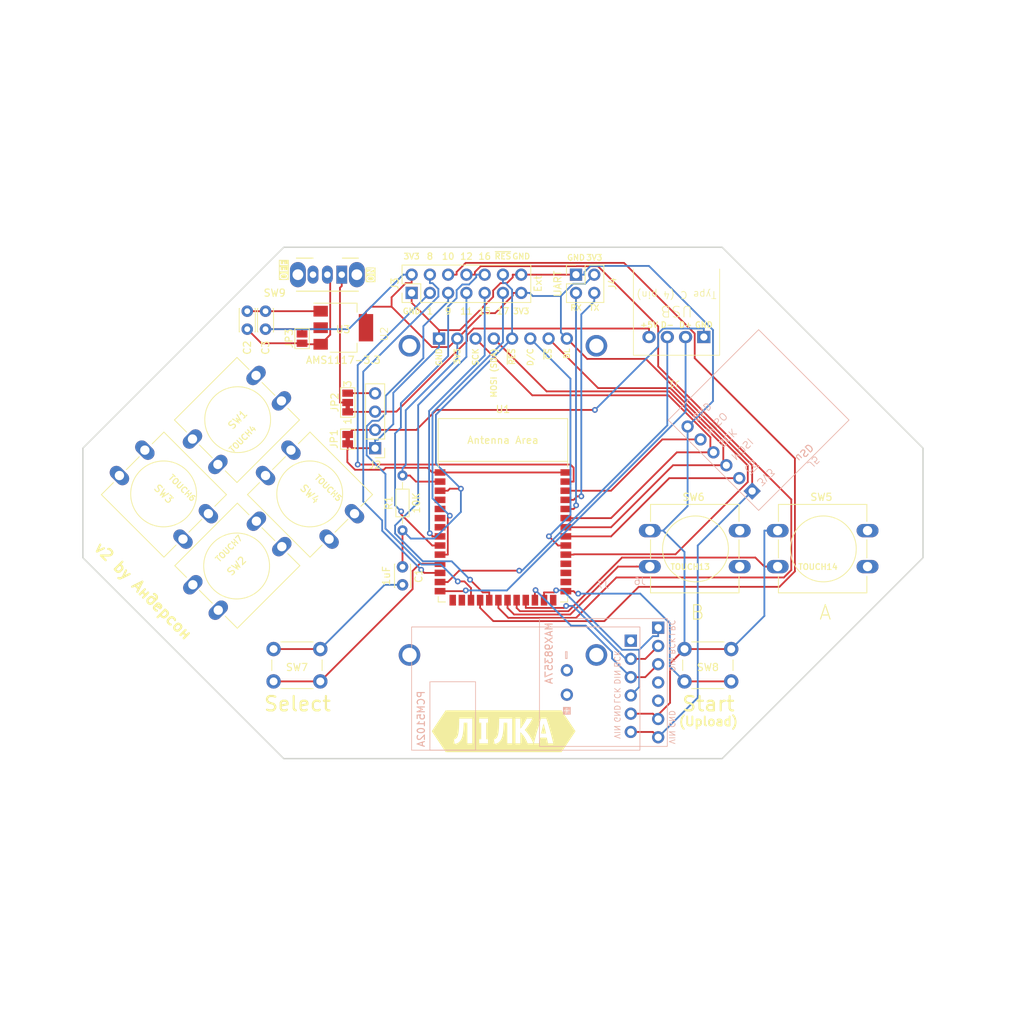
<source format=kicad_pcb>
(kicad_pcb (version 20221018) (generator pcbnew)
  (layers (0 "F.Cu" signal "Top") (31 "B.Cu" signal "Bot") (34 "B.Paste" user) (35 "F.Paste" user) (36 "B.SilkS" user "BotSilk") (37 "F.SilkS" user "TopSilk") (38 "B.Mask" user "BotMask") (39 "F.Mask" user "TopMask") (44 "Edge.Cuts" user "Board"))
  (net 0 "")
  (net 1 "~{RESET}")
  (net 2 "UP")
  (net 3 "GND")
  (net 4 "DOWN")
  (net 5 "LEFT")
  (net 6 "USB+")
  (net 7 "USB-")
  (net 8 "RIGHT")
  (net 9 "A")
  (net 10 "B")
  (net 11 "SELECT")
  (net 12 "START")
  (net 13 "RX")
  (net 14 "DISP_D{slash}C")
  (net 15 "TX")
  (net 16 "~{SD_CS}")
  (net 17 "MOSI")
  (net 18 "+3V3")
  (net 19 "GND1")
  (net 20 "VBUS")
  (net 21 "Net-(J2-Pin_4)")
  (net 22 "VCC")
  (net 23 "SCK")
  (net 24 "MISO")
  (net 26 "BCK")
  (net 27 "DIN")
  (net 28 "LRCK")
  (net 29 "GPIO1{slash}ADC1_CH0")
  (net 30 "GPIO9")
  (net 31 "GPIO10")
  (net 32 "GPIO8")
  (net 33 "GPIO15")
  (net 34 "GPIO16")
  (net 35 "GPIO11{slash}ADC2_CH0")
  (net 36 "GPIO12")
  (net 37 "Net-(JP2-C)")
  (net 39 "GPIO17")
  (net 42 "~{DISP_CS}")
  (footprint "Display:TFT_240x280" (layer "F.Cu") (at 81.02 51.84)
    (fp_text reference "U2")
    (fp_text value "~" hide)
  )
  (footprint "Buttons:SW_PUSH-12mm-fixed" (layer "F.Cu") (at 72.338835 81.228835 135)
    (fp_text reference "SW4")
    (fp_text value "Right")
  )
  (footprint "Jumper:SolderJumper-2_P1.3mm_Bridged_Pad1.0x1.5mm" (layer "F.Cu") (at 74.93 67.325 -90)
    (fp_text reference "JP1")
    (fp_text value "~")
  )
  (footprint "Buttons:SW_PUSH-12mm-fixed" (layer "F.Cu") (at 65.765534 82.275534 -135)
    (fp_text reference "SW2")
    (fp_text value "Down")
  )
  (footprint "Buttons:SW_PUSH-12mm-fixed" (layer "F.Cu") (at 134.73 80.05)
    (fp_text reference "SW5")
    (fp_text value "A")
  )
  (footprint "Connector_PinHeader_2.54mm:PinHeader_2x07_P2.54mm_Vertical" (layer "F.Cu") (at 83.82 46.99 90)
    (fp_text reference "J3")
    (fp_text value "Ext")
  )
  (footprint "Jumper:SolderJumper-3_P1.3mm_Bridged12_Pad1.0x1.5mm_NumberLabels" (layer "F.Cu") (at 74.93 62.23 90)
    (fp_text reference "JP2")
    (fp_text value "SolderJumper_3_Bridged12")
  )
  (footprint "Connector_PinHeader_2.54mm:PinHeader_1x04_P2.54mm_Vertical" (layer "F.Cu") (at 78.74 68.58 180)
    (fp_text reference "J2")
    (fp_text value "~")
  )
  (footprint "Package_TO_SOT_SMD:SOT-223-3_TabPin2" (layer "F.Cu") (at 74.32 51.83)
    (fp_text reference "U3")
    (fp_text value "AMS1117-3.3")
  )
  (footprint "PCM_Espressif:ESP32-S3-WROOM-1_nognd" (layer "F.Cu") (at 96.52 80.22)
    (fp_text reference "U1")
    (fp_text value "ESP32-S3-WROOM-1")
  )
  (footprint "Button_Switch_THT:SW_PUSH_6mm" (layer "F.Cu") (at 64.62 96.52)
    (fp_text reference "SW7")
    (fp_text value "Select")
  )
  (footprint "Buttons:SW_PUSH-12mm-fixed" (layer "F.Cu") (at 53.34 67.31 45)
    (fp_text reference "SW1")
    (fp_text value "Up")
  )
  (footprint "Capacitor_THT:C_Disc_D3.0mm_W2.0mm_P2.50mm" (layer "F.Cu") (at 82.55 85.09 -90)
    (fp_text reference "C1")
    (fp_text value "1uF")
  )
  (footprint "Capacitor_THT:C_Disc_D3.0mm_W2.0mm_P2.50mm" (layer "F.Cu") (at 60.96 52.03 90)
    (fp_text reference "C2")
    (fp_text value "1uF")
  )
  (footprint "Jumper:SolderJumper-2_P1.3mm_Open_Pad1.0x1.5mm" (layer "F.Cu") (at 68.58 53.34 90)
    (fp_text reference "JP3")
    (fp_text value "SolderJumper_2_Open")
  )
  (footprint "Button_Switch_THT:SW_CuK_OS102011MA1QN1_SPDT_Angled" (layer "F.Cu") (at 74.1 44.45 180)
    (fp_text reference "SW9")
    (fp_text value "POWER")
  )
  (footprint "Connector_PinHeader_2.54mm:PinHeader_2x02_P2.54mm_Vertical" (layer "F.Cu") (at 106.68 44.45)
    (fp_text reference "J4")
    (fp_text value "UART")
  )
  (footprint "Connectors:USB_2.0_PCB" (layer "F.Cu") (at 126.66 55.66 180)
    (fp_text reference "J1")
    (fp_text value "~")
  )
  (footprint "Capacitor_THT:C_Disc_D3.0mm_W2.0mm_P2.50mm" (layer "F.Cu") (at 63.5 52.03 90)
    (fp_text reference "C3")
    (fp_text value "1uF")
  )
  (footprint "Buttons:SW_PUSH-12mm-fixed" (layer "F.Cu") (at 116.95 80.05)
    (fp_text reference "SW6")
    (fp_text value "B")
  )
  (footprint "kibuzzard-65B2D7AF" (layer "F.Cu") (at 96.614429 107.95)
    (fp_text reference "kibuzzard-65B2D7AF" hide)
    (fp_text value "G***" hide)
  )
  (footprint "Buttons:SW_PUSH-12mm-fixed" (layer "F.Cu") (at 52.018835 81.228835 135)
    (fp_text reference "SW3")
    (fp_text value "Left")
  )
  (footprint "Resistor_THT:R_Axial_DIN0204_L3.6mm_D1.6mm_P7.62mm_Horizontal" (layer "F.Cu") (at 82.55 80.01 90)
    (fp_text reference "R1")
    (fp_text value "10K")
  )
  (footprint "Button_Switch_THT:SW_PUSH_6mm" (layer "F.Cu") (at 121.77 96.52)
    (fp_text reference "SW8")
    (fp_text value "Start")
  )
  (footprint "footprints:MAX98357-I2S-Module" (layer "B.Cu") (at 110.49 100.535 180)
    (fp_text reference "J7")
    (fp_text value "~")
  )
  (footprint "footprints:MicroSD-Adapter-3v3" (layer "B.Cu") (at 132.08 77.2424 45)
    (fp_text reference "J5")
    (fp_text value "uSD")
  )
  (footprint "footprints:PCM5102A-I2S-Module" (layer "B.Cu") (at 115.57 93.445 180)
    (fp_text reference "J6")
    (fp_text value "PCM5102A")
  )
  (gr_rect (start 92.804429 105.350675) (end 93.116652 110.49) (stroke (width 0.2)) (fill solid) (layer "F.SilkS"))
  (gr_rect (start 94.544914 105.611997) (end 94.996 110.49) (stroke (width 0.2)) (fill solid) (layer "F.SilkS"))
  (gr_poly (pts (xy 66.04 40.64) (xy 127 40.64) (xy 154.94 68.58) (xy 154.94 83.82) (xy 127 111.76) (xy 66.04 111.76) (xy 38.1 83.82) (xy 38.1 68.58)) (stroke (width 0.2)) (fill none) (layer "Edge.Cuts"))
  (gr_text "PCM5102A" (at 85.725 102.235 90) (layer "B.SilkS") (effects (font (size 1 1)) (justify left bottom mirror)))
  (gr_text "MAX98357A" (at 103.505 92.71 90) (layer "B.SilkS") (effects (font (size 1 1)) (justify left bottom mirror)))
  (gr_text "GND" (at 99.06 41.91) (layer "F.SilkS") (effects (font (size 0.8 0.8))))
  (gr_text "OFF" (at 66.675 43.815 90) (layer "F.SilkS" knockout) (effects (font (size 1 1)) (justify bottom)))
  (gr_text "3V3" (at 90.17 54.61 90) (layer "F.SilkS") (effects (font (size 0.8 0.8)) (justify right)))
  (gr_text "ON" (at 78.74 44.45 90) (layer "F.SilkS" knockout) (effects (font (size 1 1)) (justify bottom)))
  (gr_text "D-" (at 119.38 51.435) (layer "F.SilkS") (effects (font (size 0.8 0.8))))
  (gr_text "RX" (at 106.68 49.53) (layer "F.SilkS") (effects (font (size 0.8 0.8)) (justify bottom)))
  (gr_text "D/C" (at 100.33 54.61 90) (layer "F.SilkS") (effects (font (size 0.8 0.8)) (justify right)))
  (gr_text "TX" (at 109.22 49.53) (layer "F.SilkS") (effects (font (size 0.8 0.8)) (justify bottom)))
  (gr_text "~{RES}" (at 97.79 54.61 90) (layer "F.SilkS") (effects (font (size 0.8 0.8)) (justify right)))
  (gr_text "TOUCH4" (at 60.325 67.31 45) (layer "F.SilkS") (effects (font (size 0.8 0.8))))
  (gr_text "3V3" (at 99.06 49.53) (layer "F.SilkS") (effects (font (size 0.8 0.8))))
  (gr_text "16" (at 93.98 41.91) (layer "F.SilkS") (effects (font (size 0.9 0.9))))
  (gr_text "GND" (at 106.68 42.545) (layer "F.SilkS") (effects (font (size 0.8 0.8)) (justify bottom)))
  (gr_text "GND" (at 83.82 49.53) (layer "F.SilkS") (effects (font (size 0.8 0.8))))
  (gr_text "TOUCH13" (at 122.555 85.09) (layer "F.SilkS") (effects (font (size 0.8 0.8))))
  (gr_text "GND" (at 87.63 54.61 90) (layer "F.SilkS") (effects (font (size 0.8 0.8)) (justify right)))
  (gr_text "TOUCH6" (at 50.165 72.39 315) (layer "F.SilkS") (effects (font (size 0.8 0.8)) (justify left)))
  (gr_text "(Upload)" (at 125.095 107.315) (layer "F.SilkS") (effects (font (size 1.25 1.25) (thickness 0.25) bold) (justify bottom)))
  (gr_text "TOUCH7" (at 58.42 82.55 45) (layer "F.SilkS") (effects (font (size 0.8 0.8))))
  (gr_text "BL" (at 105.41 54.61 90) (layer "F.SilkS") (effects (font (size 0.8 0.8)) (justify right)))
  (gr_text "3V3" (at 83.82 41.91) (layer "F.SilkS") (effects (font (size 0.8 0.8))))
  (gr_text "1" (at 86.36 49.53) (layer "F.SilkS") (effects (font (size 0.9 0.9))))
  (gr_text "TOUCH14" (at 140.335 85.09) (layer "F.SilkS") (effects (font (size 0.8 0.8))))
  (gr_text "SCK" (at 92.71 54.61 90) (layer "F.SilkS") (effects (font (size 0.8 0.8)) (justify right)))
  (gr_text "D+" (at 121.92 51.435) (layer "F.SilkS") (effects (font (size 0.8 0.8))))
  (gr_text "MOSI (SDA)" (at 95.25 54.61 90) (layer "F.SilkS") (effects (font (size 0.8 0.8)) (justify right)))
  (gr_text "10" (at 88.9 41.91) (layer "F.SilkS") (effects (font (size 0.9 0.9))))
  (gr_text "~{RES}" (at 96.52 41.91) (layer "F.SilkS") (effects (font (size 0.8 0.8))))
  (gr_text "+5V" (at 116.84 51.435) (layer "F.SilkS") (effects (font (size 0.8 0.8))))
  (gr_text "9" (at 88.9 49.53) (layer "F.SilkS") (effects (font (size 0.9 0.9))))
  (gr_text "12" (at 91.44 41.91) (layer "F.SilkS") (effects (font (size 0.9 0.9))))
  (gr_text "17" (at 96.52 49.53) (layer "F.SilkS") (effects (font (size 0.9 0.9))))
  (gr_text "11" (at 91.44 49.53) (layer "F.SilkS") (effects (font (size 0.9 0.9))))
  (gr_text "15" (at 93.98 49.53) (layer "F.SilkS") (effects (font (size 0.9 0.9))))
  (gr_text "3V3" (at 109.22 42.545) (layer "F.SilkS") (effects (font (size 0.8 0.8)) (justify bottom)))
  (gr_text "TOUCH5" (at 70.485 72.39 315) (layer "F.SilkS") (effects (font (size 0.8 0.8)) (justify left)))
  (gr_text "GND" (at 124.46 51.435) (layer "F.SilkS") (effects (font (size 0.8 0.8))))
  (gr_text "~{CS}" (at 102.87 54.61 90) (layer "F.SilkS") (effects (font (size 0.8 0.8)) (justify right)))
  (gr_text "8" (at 86.36 41.91) (layer "F.SilkS") (effects (font (size 0.9 0.9))))
  (gr_text "v2 by Андерсон" (at 39.37 82.55 315) (layer "F.SilkS") (effects (font (size 1.5 1.5) (thickness 0.3) bold) (justify left bottom)))
  (segment (start 87.77 74.5) (end 88.8469 74.5) (width 0.25) (layer "F.Cu") (net 1))
  (segment (start 82.55 80.01) (end 82.55 85.09) (width 0.25) (layer "F.Cu") (net 1))
  (segment (start 90.6689 74.2181) (end 89.1288 74.2181) (width 0.25) (layer "F.Cu") (net 1))
  (segment (start 89.1288 74.2181) (end 88.8469 74.5) (width 0.25) (layer "F.Cu") (net 1))
  (via (at 90.6689 74.2181) (size 0.8) (drill 0.4) (layers "F.Cu" "B.Cu") (net 1))
  (segment (start 90.6689 77.46) (end 90.6689 74.2181) (width 0.25) (layer "B.Cu") (net 1))
  (segment (start 82.55 80.01) (end 83.6918 81.1518) (width 0.25) (layer "B.Cu") (net 1))
  (segment (start 96.52 44.45) (end 96.52 45.6269) (width 0.25) (layer "B.Cu") (net 1))
  (segment (start 96.8858 45.6269) (end 97.79 46.5311) (width 0.25) (layer "B.Cu") (net 1))
  (segment (start 90.6689 74.2181) (end 87.1915 70.7407) (width 0.25) (layer "B.Cu") (net 1))
  (segment (start 97.79 46.5311) (end 97.79 53.34) (width 0.25) (layer "B.Cu") (net 1))
  (segment (start 83.6918 81.1518) (end 86.9771 81.1518) (width 0.25) (layer "B.Cu") (net 1))
  (segment (start 96.52 45.6269) (end 96.8858 45.6269) (width 0.25) (layer "B.Cu") (net 1))
  (segment (start 87.1915 63.9385) (end 97.79 53.34) (width 0.25) (layer "B.Cu") (net 1))
  (segment (start 87.1915 70.7407) (end 87.1915 63.9385) (width 0.25) (layer "B.Cu") (net 1))
  (segment (start 86.9771 81.1518) (end 90.6689 77.46) (width 0.25) (layer "B.Cu") (net 1))
  (segment (start 87.63 52.1631) (end 83.82 48.3531) (width 0.25) (layer "F.Cu") (net 3))
  (segment (start 87.77 71.96) (end 105.27 71.96) (width 0.25) (layer "F.Cu") (net 3))
  (segment (start 97.0741 45.6269) (end 96.1822 45.6269) (width 0.25) (layer "F.Cu") (net 3))
  (segment (start 74.8774 70.1632) (end 74.8774 70.5183) (width 0.25) (layer "F.Cu") (net 3))
  (segment (start 71.12 96.52) (end 64.62 96.52) (width 0.25) (layer "F.Cu") (net 3))
  (segment (start 79.9414 71.5831) (end 80.2164 71.3081) (width 0.25) (layer "F.Cu") (net 3))
  (segment (start 95.1569 47.5395) (end 90.5333 52.1631) (width 0.25) (layer "F.Cu") (net 3))
  (segment (start 117.8109 105.9509) (end 118.11 106.25) (width 0.25) (layer "F.Cu") (net 3))
  (segment (start 80.2164 71.3081) (end 86.0412 71.3081) (width 0.25) (layer "F.Cu") (net 3))
  (segment (start 99.06 44.45) (end 97.8831 44.45) (width 0.25) (layer "F.Cu") (net 3))
  (segment (start 96.1822 45.6269) (end 95.1569 46.6522) (width 0.25) (layer "F.Cu") (net 3))
  (segment (start 74.8774 70.5183) (end 75.9422 71.5831) (width 0.25) (layer "F.Cu") (net 3))
  (segment (start 97.8831 44.8179) (end 97.0741 45.6269) (width 0.25) (layer "F.Cu") (net 3))
  (segment (start 114.3 105.51) (end 117.37 105.51) (width 0.25) (layer "F.Cu") (net 3))
  (segment (start 117.8109 105.9509) (end 119.7589 104.0029) (width 0.25) (layer "F.Cu") (net 3))
  (segment (start 128.27 96.52) (end 121.77 96.52) (width 0.25) (layer "F.Cu") (net 3))
  (segment (start 74.93 68.8019) (end 74.8774 68.8545) (width 0.25) (layer "F.Cu") (net 3))
  (segment (start 60.96 49.53) (end 63.5 49.53) (width 0.25) (layer "F.Cu") (net 3))
  (segment (start 74.8774 68.8545) (end 74.8774 70.1632) (width 0.25) (layer "F.Cu") (net 3))
  (segment (start 119.7589 98.5311) (end 121.77 96.52) (width 0.25) (layer "F.Cu") (net 3))
  (segment (start 117.37 105.51) (end 117.8109 105.9509) (width 0.25) (layer "F.Cu") (net 3))
  (segment (start 75.535 68.58) (end 74.93 67.975) (width 0.25) (layer "F.Cu") (net 3))
  (segment (start 87.77 71.96) (end 86.6931 71.96) (width 0.25) (layer "F.Cu") (net 3))
  (segment (start 83.82 48.3531) (end 83.82 46.99) (width 0.25) (layer "F.Cu") (net 3))
  (segment (start 106.68 44.45) (end 99.06 44.45) (width 0.25) (layer "F.Cu") (net 3))
  (segment (start 97.8831 44.45) (end 97.8831 44.8179) (width 0.25) (layer "F.Cu") (net 3))
  (segment (start 74.93 67.975) (end 74.93 68.8019) (width 0.25) (layer "F.Cu") (net 3))
  (segment (start 86.0412 71.3081) (end 86.6931 71.96) (width 0.25) (layer "F.Cu") (net 3))
  (segment (start 95.1569 46.6522) (end 95.1569 47.5395) (width 0.25) (layer "F.Cu") (net 3))
  (segment (start 78.74 68.58) (end 75.535 68.58) (width 0.25) (layer "F.Cu") (net 3))
  (segment (start 75.9422 71.5831) (end 79.9414 71.5831) (width 0.25) (layer "F.Cu") (net 3))
  (segment (start 90.5333 52.1631) (end 87.63 52.1631) (width 0.25) (layer "F.Cu") (net 3))
  (segment (start 87.63 53.34) (end 87.63 52.1631) (width 0.25) (layer "F.Cu") (net 3))
  (segment (start 119.7589 104.0029) (end 119.7589 98.5311) (width 0.25) (layer "F.Cu") (net 3))
  (segment (start 63.5 49.53) (end 71.17 49.53) (width 0.25) (layer "F.Cu") (net 3))
  (segment (start 121.77 83.0191) (end 121.77 96.52) (width 0.25) (layer "B.Cu") (net 3))
  (segment (start 71.12 96.52) (end 80.05 87.59) (width 0.25) (layer "B.Cu") (net 3))
  (segment (start 118.8009 80.05) (end 122.2017 76.6492) (width 0.25) (layer "B.Cu") (net 3))
  (segment (start 125.7322 52.1434) (end 125.7322 62.0376) (width 0.25) (layer "B.Cu") (net 3))
  (segment (start 107.8569 44.0822) (end 108.7044 43.2347) (width 0.25) (layer "B.Cu") (net 3))
  (segment (start 80.05 87.59) (end 82.55 87.59) (width 0.25) (layer "B.Cu") (net 3))
  (segment (start 81.2696 60.8795) (end 87.63 54.5191) (width 0.25) (layer "B.Cu") (net 3))
  (segment (start 106.68 44.45) (end 107.8569 44.45) (width 0.25) (layer "B.Cu") (net 3))
  (segment (start 78.74 68.58) (end 78.74 67.4031) (width 0.25) (layer "B.Cu") (net 3))
  (segment (start 79.1079 67.4031) (end 81.2696 65.2414) (width 0.25) (layer "B.Cu") (net 3))
  (segment (start 87.63 53.34) (end 87.63 54.5169) (width 0.25) (layer "B.Cu") (net 3))
  (segment (start 118.8009 80.05) (end 121.77 83.0191) (width 0.25) (layer "B.Cu") (net 3))
  (segment (start 78.74 67.4031) (end 79.1079 67.4031) (width 0.25) (layer "B.Cu") (net 3))
  (segment (start 107.8569 44.45) (end 107.8569 44.0822) (width 0.25) (layer "B.Cu") (net 3))
  (segment (start 64.62 96.52) (end 64.62 96.2335) (width 0.25) (layer "B.Cu") (net 3))
  (segment (start 108.7044 43.2347) (end 116.8235 43.2347) (width 0.25) (layer "B.Cu") (net 3))
  (segment (start 87.63 54.5191) (end 87.63 54.5169) (width 0.25) (layer "B.Cu") (net 3))
  (segment (start 134.73 80.05) (end 132.8791 80.05) (width 0.25) (layer "B.Cu") (net 3))
  (segment (start 81.2696 65.2414) (end 81.2696 60.8795) (width 0.25) (layer "B.Cu") (net 3))
  (segment (start 125.7322 62.0376) (end 122.2017 65.5681) (width 0.25) (layer "B.Cu") (net 3))
  (segment (start 116.95 80.05) (end 118.8009 80.05) (width 0.25) (layer "B.Cu") (net 3))
  (segment (start 122.2017 76.6492) (end 122.2017 65.5681) (width 0.25) (layer "B.Cu") (net 3))
  (segment (start 132.8791 91.9109) (end 132.8791 80.05) (width 0.25) (layer "B.Cu") (net 3))
  (segment (start 128.27 96.52) (end 132.8791 91.9109) (width 0.25) (layer "B.Cu") (net 3))
  (segment (start 116.8235 43.2347) (end 125.7322 52.1434) (width 0.25) (layer "B.Cu") (net 3))
  (segment (start 87.77 88.47) (end 91.2402 88.47) (width 0.25) (layer "F.Cu") (net 6))
  (segment (start 91.2402 88.47) (end 91.3448 88.3654) (width 0.25) (layer "F.Cu") (net 6))
  (via (at 91.3448 88.3654) (size 0.8) (drill 0.4) (layers "F.Cu" "B.Cu") (net 6))
  (segment (start 91.3448 88.3654) (end 97.066 88.3654) (width 0.25) (layer "B.Cu") (net 6))
  (segment (start 121.92 63.5114) (end 121.92 53.12) (width 0.25) (layer "B.Cu") (net 6))
  (segment (start 97.066 88.3654) (end 121.92 63.5114) (width 0.25) (layer "B.Cu") (net 6))
  (segment (start 88.8469 87.2) (end 90.4285 85.6184) (width 0.25) (layer "F.Cu") (net 7))
  (segment (start 87.77 87.2) (end 88.8469 87.2) (width 0.25) (layer "F.Cu") (net 7))
  (segment (start 90.4285 85.6184) (end 98.7838 85.6184) (width 0.25) (layer "F.Cu") (net 7))
  (via (at 98.7838 85.6184) (size 0.8) (drill 0.4) (layers "F.Cu" "B.Cu") (net 7))
  (segment (start 99.1739 85.6184) (end 119.38 65.4123) (width 0.25) (layer "B.Cu") (net 7))
  (segment (start 119.38 65.4123) (end 119.38 53.12) (width 0.25) (layer "B.Cu") (net 7))
  (segment (start 98.7838 85.6184) (end 99.1739 85.6184) (width 0.25) (layer "B.Cu") (net 7))
  (segment (start 98.8832 91.2551) (end 98.425 90.7969) (width 0.25) (layer "F.Cu") (net 9))
  (segment (start 98.425 89.72) (end 98.425 90.7969) (width 0.25) (layer "F.Cu") (net 9))
  (segment (start 134.73 85.05) (end 132.8791 85.05) (width 0.25) (layer "F.Cu") (net 9))
  (segment (start 113.0773 83.7973) (end 105.6195 91.2551) (width 0.25) (layer "F.Cu") (net 9))
  (segment (start 131.6264 83.7973) (end 113.0773 83.7973) (width 0.25) (layer "F.Cu") (net 9))
  (segment (start 132.8791 85.05) (end 131.6264 83.7973) (width 0.25) (layer "F.Cu") (net 9))
  (segment (start 105.6195 91.2551) (end 98.8832 91.2551) (width 0.25) (layer "F.Cu") (net 9))
  (segment (start 115.0991 85.0501) (end 115.0991 85.05) (width 0.25) (layer "F.Cu") (net 10))
  (segment (start 105.8763 91.7134) (end 112.5396 85.0501) (width 0.25) (layer "F.Cu") (net 10))
  (segment (start 112.5396 85.0501) (end 115.0991 85.0501) (width 0.25) (layer "F.Cu") (net 10))
  (segment (start 98.0715 91.7134) (end 105.8763 91.7134) (width 0.25) (layer "F.Cu") (net 10))
  (segment (start 97.155 89.72) (end 97.155 90.7969) (width 0.25) (layer "F.Cu") (net 10))
  (segment (start 116.95 85.05) (end 115.0991 85.05) (width 0.25) (layer "F.Cu") (net 10))
  (segment (start 97.155 90.7969) (end 98.0715 91.7134) (width 0.25) (layer "F.Cu") (net 10))
  (segment (start 71.12 101.02) (end 83.9593 88.1807) (width 0.25) (layer "F.Cu") (net 11))
  (segment (start 84.9492 84.66) (end 87.77 84.66) (width 0.25) (layer "F.Cu") (net 11))
  (segment (start 83.9593 85.6499) (end 84.9492 84.66) (width 0.25) (layer "F.Cu") (net 11))
  (segment (start 83.9593 88.1807) (end 83.9593 85.6499) (width 0.25) (layer "F.Cu") (net 11))
  (segment (start 64.62 101.02) (end 71.12 101.02) (width 0.25) (layer "F.Cu") (net 11))
  (segment (start 106.9868 88.8142) (end 106.6911 88.8142) (width 0.25) (layer "F.Cu") (net 12))
  (segment (start 105.27 88.47) (end 106.3469 88.47) (width 0.25) (layer "F.Cu") (net 12))
  (segment (start 128.27 101.02) (end 121.77 101.02) (width 0.25) (layer "F.Cu") (net 12))
  (segment (start 106.6911 88.8142) (end 106.3469 88.47) (width 0.25) (layer "F.Cu") (net 12))
  (via (at 106.9868 88.8142) (size 0.8) (drill 0.4) (layers "F.Cu" "B.Cu") (net 12))
  (segment (start 121.77 101.02) (end 119.7304 98.9804) (width 0.25) (layer "B.Cu") (net 12))
  (segment (start 115.615 88.8142) (end 106.9868 88.8142) (width 0.25) (layer "B.Cu") (net 12))
  (segment (start 119.7304 92.9296) (end 115.615 88.8142) (width 0.25) (layer "B.Cu") (net 12))
  (segment (start 119.7304 98.9804) (end 119.7304 92.9296) (width 0.25) (layer "B.Cu") (net 12))
  (segment (start 106.7025 76.6844) (end 106.7025 76.5315) (width 0.25) (layer "F.Cu") (net 13))
  (segment (start 105.27 77.04) (end 106.3469 77.04) (width 0.25) (layer "F.Cu") (net 13))
  (segment (start 106.3469 77.04) (end 106.7025 76.6844) (width 0.25) (layer "F.Cu") (net 13))
  (via (at 106.7025 76.5315) (size 0.8) (drill 0.4) (layers "F.Cu" "B.Cu") (net 13))
  (segment (start 106.68 46.99) (end 106.68 76.509) (width 0.25) (layer "B.Cu") (net 13))
  (segment (start 106.68 76.509) (end 106.7025 76.5315) (width 0.25) (layer "B.Cu") (net 13))
  (segment (start 105.27 82.12) (end 104.1931 82.12) (width 0.25) (layer "F.Cu") (net 14))
  (segment (start 104.1931 82.12) (end 102.912 80.8389) (width 0.25) (layer "F.Cu") (net 14))
  (via (at 102.912 80.8389) (size 0.8) (drill 0.4) (layers "F.Cu" "B.Cu") (net 14))
  (segment (start 102.912 80.8389) (end 105.9085 77.8424) (width 0.25) (layer "B.Cu") (net 14))
  (segment (start 105.9085 58.9185) (end 100.33 53.34) (width 0.25) (layer "B.Cu") (net 14))
  (segment (start 105.9085 77.8424) (end 105.9085 58.9185) (width 0.25) (layer "B.Cu") (net 14))
  (segment (start 106.3469 75.77) (end 106.8368 75.2801) (width 0.25) (layer "F.Cu") (net 15))
  (segment (start 106.8368 75.2801) (end 107.4169 75.2801) (width 0.25) (layer "F.Cu") (net 15))
  (segment (start 105.27 75.77) (end 106.3469 75.77) (width 0.25) (layer "F.Cu") (net 15))
  (segment (start 107.4169 75.2801) (end 107.4169 75.28) (width 0.25) (layer "F.Cu") (net 15))
  (via (at 107.4169 75.28) (size 0.8) (drill 0.4) (layers "F.Cu" "B.Cu") (net 15))
  (segment (start 109.22 46.99) (end 109.22 48.1669) (width 0.25) (layer "B.Cu") (net 15))
  (segment (start 107.4169 49.97) (end 107.4169 75.28) (width 0.25) (layer "B.Cu") (net 15))
  (segment (start 109.22 48.1669) (end 107.4169 49.97) (width 0.25) (layer "B.Cu") (net 15))
  (segment (start 111.555 80.85) (end 119.653 72.7522) (width 0.25) (layer "F.Cu") (net 16))
  (segment (start 119.653 72.7522) (end 129.3858 72.7522) (width 0.25) (layer "F.Cu") (net 16))
  (segment (start 129.3858 72.7522) (end 129.3859 72.7523) (width 0.25) (layer "F.Cu") (net 16))
  (segment (start 129.3858 72.7522) (end 129.386 72.7522) (width 0.25) (layer "F.Cu") (net 16))
  (segment (start 105.27 80.85) (end 111.555 80.85) (width 0.25) (layer "F.Cu") (net 16))
  (segment (start 127.5899 70.9562) (end 127.1669 70.9562) (width 0.25) (layer "F.Cu") (net 17))
  (segment (start 127.1669 68.2291) (end 119.6183 60.6805) (width 0.25) (layer "F.Cu") (net 17))
  (segment (start 111.555 79.58) (end 105.27 79.58) (width 0.25) (layer "F.Cu") (net 17))
  (segment (start 120.179 70.9562) (end 111.555 79.58) (width 0.25) (layer "F.Cu") (net 17))
  (segment (start 102.5905 60.6805) (end 95.25 53.34) (width 0.25) (layer "F.Cu") (net 17))
  (segment (start 119.6183 60.6805) (end 102.5905 60.6805) (width 0.25) (layer "F.Cu") (net 17))
  (segment (start 127.1669 70.9562) (end 120.179 70.9562) (width 0.25) (layer "F.Cu") (net 17))
  (segment (start 127.1669 70.9562) (end 127.1669 68.2291) (width 0.25) (layer "F.Cu") (net 17))
  (segment (start 127.59 70.9562) (end 127.5899 70.9562) (width 0.25) (layer "F.Cu") (net 17))
  (segment (start 117.37 108.05) (end 118.11 108.79) (width 0.25) (layer "F.Cu") (net 18))
  (segment (start 81.0332 48.9059) (end 81.0332 47.5977) (width 0.25) (layer "F.Cu") (net 18))
  (segment (start 97.8831 46.99) (end 97.8831 47.3541) (width 0.25) (layer "F.Cu") (net 18))
  (segment (start 93.7078 49.8044) (end 93.5838 49.9284) (width 0.25) (layer "F.Cu") (net 18))
  (segment (start 86.6442 54.5169) (end 81.0332 48.9059) (width 0.25) (layer "F.Cu") (net 18))
  (segment (start 88.9931 54.5169) (end 86.6442 54.5169) (width 0.25) (layer "F.Cu") (net 18))
  (segment (start 68.58 52.69) (end 68.58 52.03) (width 0.25) (layer "F.Cu") (net 18))
  (segment (start 105.41 53.34) (end 108.2369 56.1669) (width 0.25) (layer "F.Cu") (net 18))
  (segment (start 95.4328 49.8044) (end 93.7078 49.8044) (width 0.25) (layer "F.Cu") (net 18))
  (segment (start 97.8831 47.3541) (end 95.4328 49.8044) (width 0.25) (layer "F.Cu") (net 18))
  (segment (start 82.55 72.39) (end 83.5769 72.39) (width 0.25) (layer "F.Cu") (net 18))
  (segment (start 68.58 52.03) (end 70.97 52.03) (width 0.25) (layer "F.Cu") (net 18))
  (segment (start 83.004 45.6269) (end 83.82 45.6269) (width 0.25) (layer "F.Cu") (net 18))
  (segment (start 83.5769 72.39) (end 84.4169 73.23) (width 0.25) (layer "F.Cu") (net 18))
  (segment (start 77.47 51.83) (end 77.47 49.6031) (width 0.25) (layer "F.Cu") (net 18))
  (segment (start 84.4169 73.23) (end 87.77 73.23) (width 0.25) (layer "F.Cu") (net 18))
  (segment (start 114.3 108.05) (end 117.37 108.05) (width 0.25) (layer "F.Cu") (net 18))
  (segment (start 81.0332 48.9059) (end 78.1672 48.9059) (width 0.25) (layer "F.Cu") (net 18))
  (segment (start 90.17 53.34) (end 88.9931 54.5169) (width 0.25) (layer "F.Cu") (net 18))
  (segment (start 78.1672 48.9059) (end 77.47 49.6031) (width 0.25) (layer "F.Cu") (net 18))
  (segment (start 131.182 70.966) (end 131.182 74.5483) (width 0.25) (layer "F.Cu") (net 18))
  (segment (start 83.82 44.45) (end 83.82 45.6269) (width 0.25) (layer "F.Cu") (net 18))
  (segment (start 108.2369 56.1669) (end 116.3829 56.1669) (width 0.25) (layer "F.Cu") (net 18))
  (segment (start 63.5 52.03) (end 68.58 52.03) (width 0.25) (layer "F.Cu") (net 18))
  (segment (start 99.06 46.99) (end 97.8831 46.99) (width 0.25) (layer "F.Cu") (net 18))
  (segment (start 70.97 52.03) (end 71.17 51.83) (width 0.25) (layer "F.Cu") (net 18))
  (segment (start 93.5838 49.9284) (end 93.5816 49.9284) (width 0.25) (layer "F.Cu") (net 18))
  (segment (start 81.0332 47.5977) (end 83.004 45.6269) (width 0.25) (layer "F.Cu") (net 18))
  (segment (start 93.5816 49.9284) (end 90.17 53.34) (width 0.25) (layer "F.Cu") (net 18))
  (segment (start 116.3829 56.1669) (end 131.182 70.966) (width 0.25) (layer "F.Cu") (net 18))
  (segment (start 82.55 72.39) (end 82.55 71.3631) (width 0.25) (layer "B.Cu") (net 18))
  (segment (start 83.0019 63.3071) (end 90.17 56.139) (width 0.25) (layer "B.Cu") (net 18))
  (segment (start 118.11 108.79) (end 123.611 103.289) (width 0.25) (layer "B.Cu") (net 18))
  (segment (start 83.0019 70.9112) (end 83.0019 63.3071) (width 0.25) (layer "B.Cu") (net 18))
  (segment (start 82.55 71.3631) (end 83.0019 70.9112) (width 0.25) (layer "B.Cu") (net 18))
  (segment (start 100.2369 46.99) (end 100.6661 47.4192) (width 0.25) (layer "B.Cu") (net 18))
  (segment (start 83.82 44.45) (end 82.6431 44.45) (width 0.25) (layer "B.Cu") (net 18))
  (segment (start 100.6661 47.4192) (end 104.5789 47.4192) (width 0.25) (layer "B.Cu") (net 18))
  (segment (start 106.2781 45.72) (end 104.5789 47.4192) (width 0.25) (layer "B.Cu") (net 18))
  (segment (start 99.06 46.99) (end 100.2369 46.99) (width 0.25) (layer "B.Cu") (net 18))
  (segment (start 63.5 52.03) (end 75.0631 52.03) (width 0.25) (layer "B.Cu") (net 18))
  (segment (start 104.5789 52.5089) (end 105.41 53.34) (width 0.25) (layer "B.Cu") (net 18))
  (segment (start 123.611 103.289) (end 123.611 82.1193) (width 0.25) (layer "B.Cu") (net 18))
  (segment (start 75.0631 52.03) (end 82.6431 44.45) (width 0.25) (layer "B.Cu") (net 18))
  (segment (start 90.17 56.139) (end 90.17 53.34) (width 0.25) (layer "B.Cu") (net 18))
  (segment (start 123.611 82.1193) (end 131.182 74.5483) (width 0.25) (layer "B.Cu") (net 18))
  (segment (start 107.95 45.72) (end 106.2781 45.72) (width 0.25) (layer "B.Cu") (net 18))
  (segment (start 109.22 44.45) (end 107.95 45.72) (width 0.25) (layer "B.Cu") (net 18))
  (segment (start 104.5789 47.4192) (end 104.5789 52.5089) (width 0.25) (layer "B.Cu") (net 18))
  (segment (start 75.565 66.04) (end 74.93 66.675) (width 0.25) (layer "F.Cu") (net 19))
  (segment (start 109.3094 63.265) (end 87.2504 63.265) (width 0.25) (layer "F.Cu") (net 19))
  (segment (start 78.74 66.04) (end 75.565 66.04) (width 0.25) (layer "F.Cu") (net 19))
  (segment (start 84.4754 66.04) (end 78.74 66.04) (width 0.25) (layer "F.Cu") (net 19))
  (segment (start 87.2504 63.265) (end 84.4754 66.04) (width 0.25) (layer "F.Cu") (net 19))
  (via (at 109.3094 63.265) (size 0.8) (drill 0.4) (layers "F.Cu" "B.Cu") (net 19))
  (segment (start 124.46 53.12) (end 124.46 51.9431) (width 0.25) (layer "B.Cu") (net 19))
  (segment (start 118.8093 51.9431) (end 118.11 52.6424) (width 0.25) (layer "B.Cu") (net 19))
  (segment (start 124.46 51.9431) (end 118.8093 51.9431) (width 0.25) (layer "B.Cu") (net 19))
  (segment (start 118.11 54.4644) (end 109.3094 63.265) (width 0.25) (layer "B.Cu") (net 19))
  (segment (start 118.11 52.6424) (end 118.11 54.4644) (width 0.25) (layer "B.Cu") (net 19))
  (segment (start 92.4407 51.9431) (end 116.84 51.9431) (width 0.25) (layer "F.Cu") (net 20))
  (segment (start 78.74 63.5) (end 81.6988 63.5) (width 0.25) (layer "F.Cu") (net 20))
  (segment (start 91.5331 52.8507) (end 92.4407 51.9431) (width 0.25) (layer "F.Cu") (net 20))
  (segment (start 74.93 63.53) (end 78.71 63.53) (width 0.25) (layer "F.Cu") (net 20))
  (segment (start 78.71 63.53) (end 78.74 63.5) (width 0.25) (layer "F.Cu") (net 20))
  (segment (start 81.6988 63.5) (end 91.5331 53.6657) (width 0.25) (layer "F.Cu") (net 20))
  (segment (start 116.84 53.12) (end 116.84 51.9431) (width 0.25) (layer "F.Cu") (net 20))
  (segment (start 91.5331 53.6657) (end 91.5331 52.8507) (width 0.25) (layer "F.Cu") (net 20))
  (segment (start 74.93 60.93) (end 78.71 60.93) (width 0.25) (layer "F.Cu") (net 21))
  (segment (start 78.71 60.93) (end 78.74 60.96) (width 0.25) (layer "F.Cu") (net 21))
  (segment (start 68.72 54.13) (end 68.58 53.99) (width 0.25) (layer "F.Cu") (net 22))
  (segment (start 68.58 53.99) (end 62.92 53.99) (width 0.25) (layer "F.Cu") (net 22))
  (segment (start 72.1 44.45) (end 72.495 44.845) (width 0.25) (layer "F.Cu") (net 22))
  (segment (start 71.17 54.13) (end 68.72 54.13) (width 0.25) (layer "F.Cu") (net 22))
  (segment (start 72.495 52.805) (end 71.17 54.13) (width 0.25) (layer "F.Cu") (net 22))
  (segment (start 62.92 53.99) (end 60.96 52.03) (width 0.25) (layer "F.Cu") (net 22))
  (segment (start 72.495 44.845) (end 72.495 52.805) (width 0.25) (layer "F.Cu") (net 22))
  (segment (start 111.555 78.31) (end 105.27 78.31) (width 0.25) (layer "F.Cu") (net 23))
  (segment (start 125.7937 69.1601) (end 125.3708 69.1601) (width 0.25) (layer "F.Cu") (net 23))
  (segment (start 120.705 69.1601) (end 111.555 78.31) (width 0.25) (layer "F.Cu") (net 23))
  (segment (start 119.5292 61.2305) (end 100.6005 61.2305) (width 0.25) (layer "F.Cu") (net 23))
  (segment (start 125.7937 69.1601) (end 125.7938 69.1602) (width 0.25) (layer "F.Cu") (net 23))
  (segment (start 125.3708 69.1601) (end 125.3708 67.0721) (width 0.25) (layer "F.Cu") (net 23))
  (segment (start 100.6005 61.2305) (end 92.71 53.34) (width 0.25) (layer "F.Cu") (net 23))
  (segment (start 125.3708 67.0721) (end 119.5292 61.2305) (width 0.25) (layer "F.Cu") (net 23))
  (segment (start 125.3708 69.1601) (end 120.705 69.1601) (width 0.25) (layer "F.Cu") (net 23))
  (segment (start 125.794 69.1601) (end 125.7937 69.1601) (width 0.25) (layer "F.Cu") (net 23))
  (segment (start 105.27 74.5) (end 111.555 74.5) (width 0.25) (layer "F.Cu") (net 24))
  (segment (start 118.691 67.3641) (end 123.9978 67.3641) (width 0.25) (layer "F.Cu") (net 24))
  (segment (start 123.9978 67.3641) (end 123.998 67.3641) (width 0.25) (layer "F.Cu") (net 24))
  (segment (start 111.555 74.5) (end 118.691 67.3641) (width 0.25) (layer "F.Cu") (net 24))
  (segment (start 99.695 89.72) (end 99.695 90.7969) (width 0.25) (layer "F.Cu") (net 26))
  (segment (start 118.11 96.09) (end 116.31 97.89) (width 0.25) (layer "F.Cu") (net 26))
  (segment (start 105.0367 90.7969) (end 105.3093 90.5243) (width 0.25) (layer "F.Cu") (net 26))
  (segment (start 99.695 90.7969) (end 105.0367 90.7969) (width 0.25) (layer "F.Cu") (net 26))
  (segment (start 116.31 97.89) (end 114.3 97.89) (width 0.25) (layer "F.Cu") (net 26))
  (via (at 105.3093 90.5243) (size 0.8) (drill 0.4) (layers "F.Cu" "B.Cu") (net 26))
  (segment (start 106.2473 90.5243) (end 105.3093 90.5243) (width 0.25) (layer "B.Cu") (net 26))
  (segment (start 113.613 97.89) (end 106.2473 90.5243) (width 0.25) (layer "B.Cu") (net 26))
  (segment (start 114.3 97.89) (end 113.613 97.89) (width 0.25) (layer "B.Cu") (net 26))
  (segment (start 114.3 100.43) (end 116.31 100.43) (width 0.25) (layer "F.Cu") (net 27))
  (segment (start 101.0548 88.3289) (end 100.965 88.4187) (width 0.25) (layer "F.Cu") (net 27))
  (segment (start 116.31 100.43) (end 118.11 98.63) (width 0.25) (layer "F.Cu") (net 27))
  (segment (start 100.965 88.4187) (end 100.965 89.72) (width 0.25) (layer "F.Cu") (net 27))
  (via (at 101.0548 88.3289) (size 0.8) (drill 0.4) (layers "F.Cu" "B.Cu") (net 27))
  (segment (start 111.6988 96.9287) (end 108.0337 93.2636) (width 0.25) (layer "B.Cu") (net 27))
  (segment (start 108.0337 93.2636) (end 105.9895 93.2636) (width 0.25) (layer "B.Cu") (net 27))
  (segment (start 114.3 100.43) (end 111.6988 97.8288) (width 0.25) (layer "B.Cu") (net 27))
  (segment (start 105.9895 93.2636) (end 101.0548 88.3289) (width 0.25) (layer "B.Cu") (net 27))
  (segment (start 111.6988 97.8288) (end 111.6988 96.9287) (width 0.25) (layer "B.Cu") (net 27))
  (segment (start 102.235 89.72) (end 102.235 88.6431) (width 0.25) (layer "F.Cu") (net 28))
  (segment (start 102.235 88.6431) (end 103.6269 88.6431) (width 0.25) (layer "F.Cu") (net 28))
  (segment (start 103.6269 88.6431) (end 103.9161 88.3539) (width 0.25) (layer "F.Cu") (net 28))
  (via (at 103.9161 88.3539) (size 0.8) (drill 0.4) (layers "F.Cu" "B.Cu") (net 28))
  (segment (start 113.0873 96.62) (end 104.8212 88.3539) (width 0.25) (layer "B.Cu") (net 28))
  (segment (start 118.11 93.55) (end 118.11 94.7269) (width 0.25) (layer "B.Cu") (net 28))
  (segment (start 118.11 94.7269) (end 117.373 94.7269) (width 0.25) (layer "B.Cu") (net 28))
  (segment (start 115.4799 96.62) (end 115.4799 101.7901) (width 0.25) (layer "B.Cu") (net 28))
  (segment (start 115.4799 101.7901) (end 114.3 102.97) (width 0.25) (layer "B.Cu") (net 28))
  (segment (start 115.4799 96.62) (end 113.0873 96.62) (width 0.25) (layer "B.Cu") (net 28))
  (segment (start 104.8212 88.3539) (end 103.9161 88.3539) (width 0.25) (layer "B.Cu") (net 28))
  (segment (start 117.373 94.7269) (end 115.4799 96.62) (width 0.25) (layer "B.Cu") (net 28))
  (segment (start 105.27 73.23) (end 106.3469 73.23) (width 0.25) (layer "F.Cu") (net 29))
  (segment (start 106.3469 73.23) (end 106.3469 71.3006) (width 0.25) (layer "F.Cu") (net 29))
  (segment (start 106.3469 71.3006) (end 105.9024 70.8561) (width 0.25) (layer "F.Cu") (net 29))
  (segment (start 105.9024 70.8561) (end 76.3199 70.8561) (width 0.25) (layer "F.Cu") (net 29))
  (via (at 76.3199 70.8561) (size 0.8) (drill 0.4) (layers "F.Cu" "B.Cu") (net 29))
  (segment (start 86.36 46.99) (end 76.3199 57.0301) (width 0.25) (layer "B.Cu") (net 29))
  (segment (start 76.3199 57.0301) (end 76.3199 70.8561) (width 0.25) (layer "B.Cu") (net 29))
  (segment (start 92.075 89.72) (end 92.075 88.028) (width 0.25) (layer "F.Cu") (net 30))
  (segment (start 92.075 88.028) (end 91.1591 87.1121) (width 0.25) (layer "F.Cu") (net 30))
  (segment (start 91.1591 87.1121) (end 90.2347 87.1121) (width 0.25) (layer "F.Cu") (net 30))
  (via (at 90.2347 87.1121) (size 0.8) (drill 0.4) (layers "F.Cu" "B.Cu") (net 30))
  (segment (start 88.9 46.99) (end 88.9 48.1669) (width 0.25) (layer "B.Cu") (net 30))
  (segment (start 88.9 48.1669) (end 85.4515 51.6154) (width 0.25) (layer "B.Cu") (net 30))
  (segment (start 85.4515 56.0585) (end 80.208 61.302) (width 0.25) (layer "B.Cu") (net 30))
  (segment (start 85.4515 51.6154) (end 85.4515 56.0585) (width 0.25) (layer "B.Cu") (net 30))
  (segment (start 80.208 61.302) (end 80.208 63.7842) (width 0.25) (layer "B.Cu") (net 30))
  (segment (start 80.208 63.7842) (end 79.2222 64.77) (width 0.25) (layer "B.Cu") (net 30))
  (segment (start 80.179 79.7589) (end 85.1853 84.7652) (width 0.25) (layer "B.Cu") (net 30))
  (segment (start 85.1853 84.7652) (end 87.8878 84.7652) (width 0.25) (layer "B.Cu") (net 30))
  (segment (start 77.5631 69.5654) (end 80.179 72.1813) (width 0.25) (layer "B.Cu") (net 30))
  (segment (start 80.179 72.1813) (end 80.179 79.7589) (width 0.25) (layer "B.Cu") (net 30))
  (segment (start 78.331 64.77) (end 77.5631 65.5379) (width 0.25) (layer "B.Cu") (net 30))
  (segment (start 77.5631 65.5379) (end 77.5631 69.5654) (width 0.25) (layer "B.Cu") (net 30))
  (segment (start 87.8878 84.7652) (end 90.2347 87.1121) (width 0.25) (layer "B.Cu") (net 30))
  (segment (start 79.2222 64.77) (end 78.331 64.77) (width 0.25) (layer "B.Cu") (net 30))
  (segment (start 88.9 44.45) (end 90.0769 44.45) (width 0.25) (layer "F.Cu") (net 31))
  (segment (start 113.3633 42.8159) (end 91.3343 42.8159) (width 0.25) (layer "F.Cu") (net 31))
  (segment (start 137.1272 85.7116) (end 137.1272 70.0048) (width 0.25) (layer "F.Cu") (net 31))
  (segment (start 123.1901 56.0677) (end 123.1901 52.6427) (width 0.25) (layer "F.Cu") (net 31))
  (segment (start 137.1272 70.0048) (end 123.1901 56.0677) (width 0.25) (layer "F.Cu") (net 31))
  (segment (start 134.9729 87.8659) (end 137.1272 85.7116) (width 0.25) (layer "F.Cu") (net 31))
  (segment (start 93.345 90.7969) (end 95.18 92.6319) (width 0.25) (layer "F.Cu") (net 31))
  (segment (start 91.3343 42.8159) (end 90.0769 44.0733) (width 0.25) (layer "F.Cu") (net 31))
  (segment (start 110.632 92.6319) (end 115.398 87.8659) (width 0.25) (layer "F.Cu") (net 31))
  (segment (start 123.1901 52.6427) (end 113.3633 42.8159) (width 0.25) (layer "F.Cu") (net 31))
  (segment (start 115.398 87.8659) (end 134.9729 87.8659) (width 0.25) (layer "F.Cu") (net 31))
  (segment (start 90.0769 44.0733) (end 90.0769 44.45) (width 0.25) (layer "F.Cu") (net 31))
  (segment (start 95.18 92.6319) (end 110.632 92.6319) (width 0.25) (layer "F.Cu") (net 31))
  (segment (start 93.345 89.72) (end 93.345 90.7969) (width 0.25) (layer "F.Cu") (net 31))
  (segment (start 85.5869 85.93) (end 85.1491 85.4922) (width 0.25) (layer "F.Cu") (net 32))
  (segment (start 87.77 85.93) (end 85.5869 85.93) (width 0.25) (layer "F.Cu") (net 32))
  (via (at 85.1491 85.4922) (size 0.8) (drill 0.4) (layers "F.Cu" "B.Cu") (net 32))
  (segment (start 87.5401 46.4392) (end 87.5401 47.4895) (width 0.25) (layer "B.Cu") (net 32))
  (segment (start 86.36 44.45) (end 86.36 45.6269) (width 0.25) (layer "B.Cu") (net 32))
  (segment (start 77.0902 75.9969) (end 79.7271 78.6338) (width 0.25) (layer "B.Cu") (net 32))
  (segment (start 77.0902 57.9394) (end 77.0902 75.9969) (width 0.25) (layer "B.Cu") (net 32))
  (segment (start 86.36 45.6269) (end 86.7278 45.6269) (width 0.25) (layer "B.Cu") (net 32))
  (segment (start 79.7271 78.6338) (end 79.7271 80.0702) (width 0.25) (layer "B.Cu") (net 32))
  (segment (start 87.5401 47.4895) (end 77.0902 57.9394) (width 0.25) (layer "B.Cu") (net 32))
  (segment (start 86.7278 45.6269) (end 87.5401 46.4392) (width 0.25) (layer "B.Cu") (net 32))
  (segment (start 79.7271 80.0702) (end 85.1491 85.4922) (width 0.25) (layer "B.Cu") (net 32))
  (segment (start 86.6931 80.85) (end 86.6931 80.768) (width 0.25) (layer "F.Cu") (net 33))
  (segment (start 86.6931 80.768) (end 86.3437 80.4186) (width 0.25) (layer "F.Cu") (net 33))
  (segment (start 87.77 80.85) (end 86.6931 80.85) (width 0.25) (layer "F.Cu") (net 33))
  (via (at 86.3437 80.4186) (size 0.8) (drill 0.4) (layers "F.Cu" "B.Cu") (net 33))
  (segment (start 86.2504 80.3253) (end 86.3437 80.4186) (width 0.25) (layer "B.Cu") (net 33))
  (segment (start 93.98 55.6735) (end 86.2504 63.4031) (width 0.25) (layer "B.Cu") (net 33))
  (segment (start 93.98 46.99) (end 93.98 48.1669) (width 0.25) (layer "B.Cu") (net 33))
  (segment (start 93.98 48.1669) (end 93.98 55.6735) (width 0.25) (layer "B.Cu") (net 33))
  (segment (start 86.2504 63.4031) (end 86.2504 80.3253) (width 0.25) (layer "B.Cu") (net 33))
  (segment (start 82.3644 77.7913) (end 82.3644 77.3758) (width 0.25) (layer "F.Cu") (net 34))
  (segment (start 87.77 82.12) (end 86.6931 82.12) (width 0.25) (layer "F.Cu") (net 34))
  (segment (start 86.6931 82.12) (end 82.3644 77.7913) (width 0.25) (layer "F.Cu") (net 34))
  (via (at 82.3644 77.3758) (size 0.8) (drill 0.4) (layers "F.Cu" "B.Cu") (net 34))
  (segment (start 88.8999 48.8903) (end 90.0769 47.7133) (width 0.25) (layer "B.Cu") (net 34))
  (segment (start 90.0769 46.6105) (end 90.8743 45.8131) (width 0.25) (layer "B.Cu") (net 34))
  (segment (start 88.8999 55.7558) (end 88.8999 48.8903) (width 0.25) (layer "B.Cu") (net 34))
  (segment (start 91.8058 45.8131) (end 92.8031 44.8158) (width 0.25) (layer "B.Cu") (net 34))
  (segment (start 82.3249 65.7262) (end 82.3249 62.3308) (width 0.25) (layer "B.Cu") (net 34))
  (segment (start 90.0769 47.7133) (end 90.0769 46.6105) (width 0.25) (layer "B.Cu") (net 34))
  (segment (start 81.5194 76.5308) (end 81.5194 66.5317) (width 0.25) (layer "B.Cu") (net 34))
  (segment (start 82.3644 77.3758) (end 81.5194 76.5308) (width 0.25) (layer "B.Cu") (net 34))
  (segment (start 90.8743 45.8131) (end 91.8058 45.8131) (width 0.25) (layer "B.Cu") (net 34))
  (segment (start 81.5194 66.5317) (end 82.3249 65.7262) (width 0.25) (layer "B.Cu") (net 34))
  (segment (start 82.3249 62.3308) (end 88.8999 55.7558) (width 0.25) (layer "B.Cu") (net 34))
  (segment (start 92.8031 44.8158) (end 92.8031 44.45) (width 0.25) (layer "B.Cu") (net 34))
  (segment (start 93.98 44.45) (end 92.8031 44.45) (width 0.25) (layer "B.Cu") (net 34))
  (segment (start 93.718 88.6431) (end 91.9464 86.8715) (width 0.25) (layer "F.Cu") (net 35))
  (segment (start 94.615 89.72) (end 94.615 88.6431) (width 0.25) (layer "F.Cu") (net 35))
  (segment (start 94.615 88.6431) (end 93.718 88.6431) (width 0.25) (layer "F.Cu") (net 35))
  (via (at 91.9464 86.8715) (size 0.8) (drill 0.4) (layers "F.Cu" "B.Cu") (net 35))
  (segment (start 84.7295 62.5902) (end 91.44 55.8797) (width 0.25) (layer "B.Cu") (net 35))
  (segment (start 84.7295 76.1243) (end 84.7295 62.5902) (width 0.25) (layer "B.Cu") (net 35))
  (segment (start 91.9464 86.8715) (end 89.3882 84.3133) (width 0.25) (layer "B.Cu") (net 35))
  (segment (start 81.5205 80.4613) (end 81.5205 79.3333) (width 0.25) (layer "B.Cu") (net 35))
  (segment (start 89.3882 84.3133) (end 85.3725 84.3133) (width 0.25) (layer "B.Cu") (net 35))
  (segment (start 91.44 55.8797) (end 91.44 46.99) (width 0.25) (layer "B.Cu") (net 35))
  (segment (start 85.3725 84.3133) (end 81.5205 80.4613) (width 0.25) (layer "B.Cu") (net 35))
  (segment (start 81.5205 79.3333) (end 84.7295 76.1243) (width 0.25) (layer "B.Cu") (net 35))
  (segment (start 109.7354 43.2731) (end 93.4259 43.2731) (width 0.25) (layer "F.Cu") (net 36))
  (segment (start 136.6223 85.5295) (end 136.6223 75.7139) (width 0.25) (layer "F.Cu") (net 36))
  (segment (start 95.885 89.72) (end 95.885 90.7969) (width 0.25) (layer "F.Cu") (net 36))
  (segment (start 136.6223 75.7139) (end 118.1102 57.2018) (width 0.25) (layer "F.Cu") (net 36))
  (segment (start 95.885 90.7969) (end 97.268 92.1799) (width 0.25) (layer "F.Cu") (net 36))
  (segment (start 118.1102 57.2018) (end 118.1102 51.6479) (width 0.25) (layer "F.Cu") (net 36))
  (segment (start 106.688 92.1799) (end 112.3026 86.5653) (width 0.25) (layer "F.Cu") (net 36))
  (segment (start 135.5865 86.5653) (end 136.6223 85.5295) (width 0.25) (layer "F.Cu") (net 36))
  (segment (start 112.3026 86.5653) (end 135.5865 86.5653) (width 0.25) (layer "F.Cu") (net 36))
  (segment (start 93.4259 43.2731) (end 92.6169 44.0821) (width 0.25) (layer "F.Cu") (net 36))
  (segment (start 118.1102 51.6479) (end 109.7354 43.2731) (width 0.25) (layer "F.Cu") (net 36))
  (segment (start 91.44 44.45) (end 92.6169 44.45) (width 0.25) (layer "F.Cu") (net 36))
  (segment (start 97.268 92.1799) (end 106.688 92.1799) (width 0.25) (layer "F.Cu") (net 36))
  (segment (start 92.6169 44.0821) (end 92.6169 44.45) (width 0.25) (layer "F.Cu") (net 36))
  (segment (start 74.93 62.23) (end 73.8531 62.23) (width 0.25) (layer "F.Cu") (net 37))
  (segment (start 74.1 44.45) (end 74.1 46.0269) (width 0.25) (layer "F.Cu") (net 37))
  (segment (start 73.8531 62.23) (end 73.8531 46.2738) (width 0.25) (layer "F.Cu") (net 37))
  (segment (start 73.8531 46.2738) (end 74.1 46.0269) (width 0.25) (layer "F.Cu") (net 37))
  (segment (start 87.77 83.39) (end 88.8469 83.39) (width 0.25) (layer "F.Cu") (net 39))
  (segment (start 88.8469 83.39) (end 88.8469 78.2479) (width 0.25) (layer "F.Cu") (net 39))
  (segment (start 88.8469 78.2479) (end 89.1249 77.9699) (width 0.25) (layer "F.Cu") (net 39))
  (via (at 89.1249 77.9699) (size 0.8) (drill 0.4) (layers "F.Cu" "B.Cu") (net 39))
  (segment (start 96.52 46.99) (end 96.52 53.8528) (width 0.25) (layer "B.Cu") (net 39))
  (segment (start 96.52 53.8528) (end 86.721 63.6518) (width 0.25) (layer "B.Cu") (net 39))
  (segment (start 86.721 75.566) (end 89.1249 77.9699) (width 0.25) (layer "B.Cu") (net 39))
  (segment (start 86.721 63.6518) (end 86.721 75.566) (width 0.25) (layer "B.Cu") (net 39))
  (segment (start 102.87 53.34) (end 109.7586 60.2286) (width 0.25) (layer "F.Cu") (net 42))
  (segment (start 109.7586 60.2286) (end 119.8055 60.2286) (width 0.25) (layer "F.Cu") (net 42))
  (segment (start 120.5203 83.3432) (end 106.3937 83.3432) (width 0.25) (layer "F.Cu") (net 42))
  (segment (start 105.27 83.39) (end 106.3469 83.39) (width 0.25) (layer "F.Cu") (net 42))
  (segment (start 130.5701 73.2934) (end 120.5203 83.3432) (width 0.25) (layer "F.Cu") (net 42))
  (segment (start 106.3937 83.3432) (end 106.3469 83.39) (width 0.25) (layer "F.Cu") (net 42))
  (segment (start 119.8055 60.2286) (end 130.5701 70.9932) (width 0.25) (layer "F.Cu") (net 42))
  (segment (start 130.5701 70.9932) (end 130.5701 73.2934) (width 0.25) (layer "F.Cu") (net 42))
)
</source>
